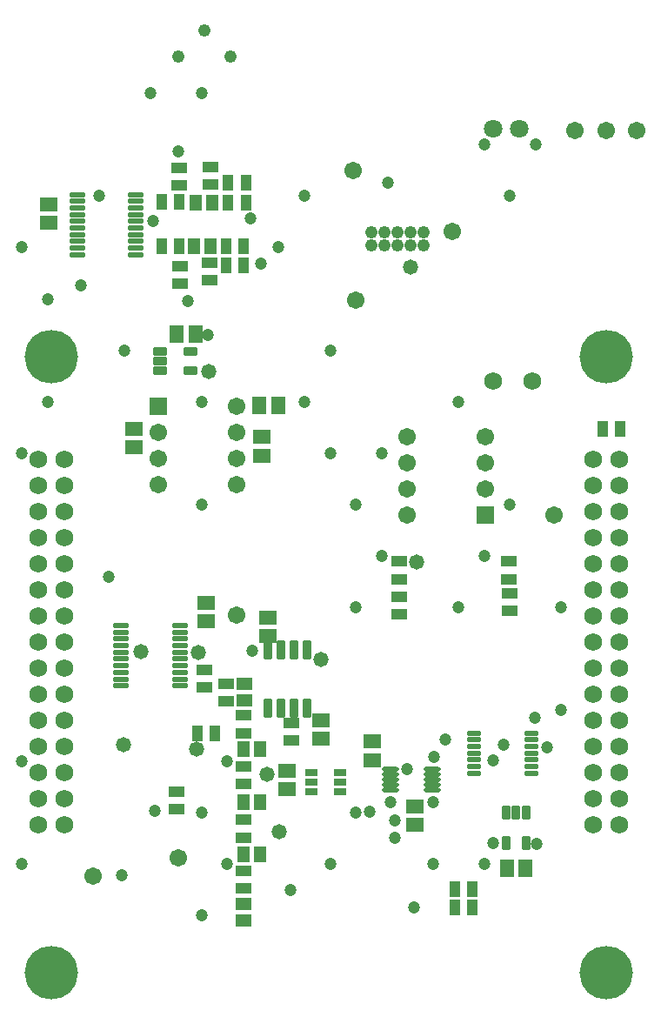
<source format=gbr>
G04 Layer_Color=8388736*
%FSLAX26Y26*%
%MOIN*%
%TF.FileFunction,Soldermask,Top*%
%TF.Part,Single*%
G01*
G75*
%TA.AperFunction,ComponentPad*%
%ADD36C,0.068000*%
%TA.AperFunction,SMDPad,CuDef*%
%ADD61R,0.059181X0.041465*%
%ADD62R,0.041465X0.059181*%
%ADD63R,0.065087X0.053276*%
%ADD64O,0.063118X0.021779*%
%ADD65R,0.061150X0.045402*%
%ADD66R,0.045402X0.061150*%
%ADD67R,0.047370X0.031622*%
%ADD68R,0.053276X0.065087*%
G04:AMPARAMS|DCode=69|XSize=33.591mil|YSize=55.244mil|CornerRadius=5.919mil|HoleSize=0mil|Usage=FLASHONLY|Rotation=90.000|XOffset=0mil|YOffset=0mil|HoleType=Round|Shape=RoundedRectangle|*
%AMROUNDEDRECTD69*
21,1,0.033591,0.043406,0,0,90.0*
21,1,0.021752,0.055244,0,0,90.0*
1,1,0.011839,0.021703,0.010876*
1,1,0.011839,0.021703,-0.010876*
1,1,0.011839,-0.021703,-0.010876*
1,1,0.011839,-0.021703,0.010876*
%
%ADD69ROUNDEDRECTD69*%
%ADD70O,0.065087X0.017843*%
%ADD71O,0.057213X0.021779*%
G04:AMPARAMS|DCode=72|XSize=33.591mil|YSize=72.961mil|CornerRadius=5.919mil|HoleSize=0mil|Usage=FLASHONLY|Rotation=180.000|XOffset=0mil|YOffset=0mil|HoleType=Round|Shape=RoundedRectangle|*
%AMROUNDEDRECTD72*
21,1,0.033591,0.061122,0,0,180.0*
21,1,0.021752,0.072961,0,0,180.0*
1,1,0.011839,-0.010876,0.030561*
1,1,0.011839,0.010876,0.030561*
1,1,0.011839,0.010876,-0.030561*
1,1,0.011839,-0.010876,-0.030561*
%
%ADD72ROUNDEDRECTD72*%
G04:AMPARAMS|DCode=73|XSize=33.591mil|YSize=55.244mil|CornerRadius=5.919mil|HoleSize=0mil|Usage=FLASHONLY|Rotation=0.000|XOffset=0mil|YOffset=0mil|HoleType=Round|Shape=RoundedRectangle|*
%AMROUNDEDRECTD73*
21,1,0.033591,0.043406,0,0,0.0*
21,1,0.021752,0.055244,0,0,0.0*
1,1,0.011839,0.010876,-0.021703*
1,1,0.011839,-0.010876,-0.021703*
1,1,0.011839,-0.010876,0.021703*
1,1,0.011839,0.010876,0.021703*
%
%ADD73ROUNDEDRECTD73*%
%TA.AperFunction,ComponentPad*%
%ADD74R,0.067055X0.067055*%
%ADD75C,0.067055*%
%ADD76C,0.048000*%
%TA.AperFunction,ViaPad*%
%ADD77C,0.204850*%
%TA.AperFunction,ComponentPad*%
%ADD78C,0.070992*%
%TA.AperFunction,ViaPad*%
%ADD79C,0.058000*%
%ADD80C,0.047370*%
D36*
X366536Y-543900D02*
D03*
X516142D02*
D03*
X-1277520Y-2244018D02*
D03*
Y-2144018D02*
D03*
Y-2044018D02*
D03*
Y-1944018D02*
D03*
Y-1844018D02*
D03*
Y-1744018D02*
D03*
Y-1644018D02*
D03*
Y-1544018D02*
D03*
Y-1444018D02*
D03*
Y-1344018D02*
D03*
Y-1244018D02*
D03*
Y-1144018D02*
D03*
Y-1044018D02*
D03*
Y-944018D02*
D03*
Y-844018D02*
D03*
X-1377520Y-2244018D02*
D03*
Y-2144018D02*
D03*
Y-2044018D02*
D03*
Y-1944018D02*
D03*
Y-1844018D02*
D03*
Y-1744018D02*
D03*
Y-1644018D02*
D03*
Y-1544018D02*
D03*
Y-1444018D02*
D03*
Y-1344018D02*
D03*
Y-1244018D02*
D03*
Y-1144018D02*
D03*
Y-1044018D02*
D03*
Y-944018D02*
D03*
Y-844018D02*
D03*
X748464D02*
D03*
Y-944018D02*
D03*
Y-1044018D02*
D03*
Y-1144018D02*
D03*
Y-1244018D02*
D03*
Y-1344018D02*
D03*
Y-1444018D02*
D03*
Y-1544018D02*
D03*
Y-1644018D02*
D03*
Y-1744018D02*
D03*
Y-1844018D02*
D03*
Y-1944018D02*
D03*
Y-2044018D02*
D03*
Y-2144018D02*
D03*
Y-2244018D02*
D03*
X848464Y-844018D02*
D03*
Y-944018D02*
D03*
Y-1044018D02*
D03*
Y-1144018D02*
D03*
Y-1244018D02*
D03*
Y-1344018D02*
D03*
Y-1444018D02*
D03*
Y-1544018D02*
D03*
Y-1644018D02*
D03*
Y-1744018D02*
D03*
Y-1844018D02*
D03*
Y-1944018D02*
D03*
Y-2044018D02*
D03*
Y-2144018D02*
D03*
Y-2244018D02*
D03*
D61*
X-590000Y-2293464D02*
D03*
Y-2226536D02*
D03*
Y-2088464D02*
D03*
Y-2021536D02*
D03*
Y-2488464D02*
D03*
Y-2421536D02*
D03*
X-408416Y-1920780D02*
D03*
Y-1853852D02*
D03*
X-846534Y-2185986D02*
D03*
Y-2119058D02*
D03*
X-590000Y-1893464D02*
D03*
Y-1826536D02*
D03*
X-741999Y-1717464D02*
D03*
Y-1650534D02*
D03*
X-658416Y-1770780D02*
D03*
Y-1703852D02*
D03*
X-717000Y274464D02*
D03*
Y207536D02*
D03*
X-721000Y-159466D02*
D03*
Y-92538D02*
D03*
X-834000Y-104538D02*
D03*
Y-171466D02*
D03*
X-837000Y272464D02*
D03*
Y205536D02*
D03*
X4694Y-1236742D02*
D03*
Y-1303670D02*
D03*
X426694Y-1236742D02*
D03*
Y-1303670D02*
D03*
X429694Y-1358742D02*
D03*
Y-1425670D02*
D03*
X4694Y-1370742D02*
D03*
Y-1437670D02*
D03*
D62*
X853464Y-730000D02*
D03*
X786536D02*
D03*
X-649464Y139000D02*
D03*
X-582536D02*
D03*
X-649464Y214000D02*
D03*
X-582536D02*
D03*
X-657464Y-28000D02*
D03*
X-590536D02*
D03*
X220000Y-2492522D02*
D03*
X286928D02*
D03*
Y-2562522D02*
D03*
X220000D02*
D03*
X-701536Y-1895000D02*
D03*
X-768464D02*
D03*
X-836536Y139998D02*
D03*
X-903464D02*
D03*
X-904464Y-29018D02*
D03*
X-837536D02*
D03*
X-589536Y-101000D02*
D03*
X-656464D02*
D03*
D63*
X-1012000Y-798434D02*
D03*
Y-727568D02*
D03*
X-736001Y-1395567D02*
D03*
Y-1466433D02*
D03*
X-498416Y-1451882D02*
D03*
Y-1522748D02*
D03*
X-293416Y-1915546D02*
D03*
Y-1844678D02*
D03*
X-1338000Y131226D02*
D03*
Y60360D02*
D03*
X-522000Y-830434D02*
D03*
Y-759568D02*
D03*
X-423306Y-2038772D02*
D03*
Y-2109638D02*
D03*
X-96306Y-1925978D02*
D03*
Y-1996844D02*
D03*
X65002Y-2245434D02*
D03*
Y-2174568D02*
D03*
D64*
X-835116Y-1712364D02*
D03*
Y-1686772D02*
D03*
Y-1661182D02*
D03*
Y-1635592D02*
D03*
Y-1610002D02*
D03*
Y-1584410D02*
D03*
Y-1558820D02*
D03*
Y-1533230D02*
D03*
Y-1507638D02*
D03*
Y-1482048D02*
D03*
X-1061494Y-1712364D02*
D03*
Y-1686772D02*
D03*
Y-1661182D02*
D03*
Y-1635592D02*
D03*
Y-1610002D02*
D03*
Y-1584410D02*
D03*
Y-1558820D02*
D03*
Y-1533230D02*
D03*
Y-1507638D02*
D03*
Y-1482048D02*
D03*
X-1002788Y-60702D02*
D03*
Y-35112D02*
D03*
Y-9522D02*
D03*
Y16070D02*
D03*
Y41660D02*
D03*
Y67250D02*
D03*
Y92840D02*
D03*
Y118432D02*
D03*
Y144022D02*
D03*
Y169612D02*
D03*
X-1229166Y-60702D02*
D03*
Y-35112D02*
D03*
Y-9522D02*
D03*
Y16070D02*
D03*
Y41660D02*
D03*
Y67250D02*
D03*
Y92840D02*
D03*
Y118432D02*
D03*
Y144022D02*
D03*
Y169612D02*
D03*
D65*
X-590000Y-2611496D02*
D03*
Y-2548504D02*
D03*
X-588416Y-1705820D02*
D03*
Y-1768812D02*
D03*
D66*
X-528504Y-2360000D02*
D03*
X-591496D02*
D03*
X-528504Y-2160000D02*
D03*
X-591496D02*
D03*
X-528504Y-1955000D02*
D03*
X-591496D02*
D03*
X-717504Y-29000D02*
D03*
X-780496D02*
D03*
X-712504Y138002D02*
D03*
X-775496D02*
D03*
D67*
X-222574Y-2044522D02*
D03*
Y-2081922D02*
D03*
Y-2119324D02*
D03*
X-330842D02*
D03*
Y-2081922D02*
D03*
Y-2044522D02*
D03*
D68*
X-529432Y-639002D02*
D03*
X-458566D02*
D03*
X-775566Y-364002D02*
D03*
X-846432D02*
D03*
X418032Y-2412522D02*
D03*
X488898D02*
D03*
D69*
X-794928Y-430600D02*
D03*
Y-505404D02*
D03*
X-911070D02*
D03*
Y-468002D02*
D03*
Y-430600D02*
D03*
D70*
X-27574Y-2031804D02*
D03*
Y-2051490D02*
D03*
Y-2071174D02*
D03*
Y-2090860D02*
D03*
Y-2110544D02*
D03*
X131876Y-2031804D02*
D03*
Y-2051490D02*
D03*
Y-2071174D02*
D03*
Y-2090860D02*
D03*
Y-2110544D02*
D03*
D71*
X513646Y-2047474D02*
D03*
Y-2021882D02*
D03*
Y-1996292D02*
D03*
Y-1970702D02*
D03*
Y-1945112D02*
D03*
Y-1919520D02*
D03*
Y-1893930D02*
D03*
X291206Y-2047474D02*
D03*
Y-2021882D02*
D03*
Y-1996292D02*
D03*
Y-1970702D02*
D03*
Y-1945112D02*
D03*
Y-1919520D02*
D03*
Y-1893930D02*
D03*
D72*
X-498030Y-1797970D02*
D03*
X-448030D02*
D03*
X-398030D02*
D03*
X-348030D02*
D03*
X-498030Y-1575528D02*
D03*
X-448030D02*
D03*
X-398030D02*
D03*
X-348030D02*
D03*
D73*
X490866Y-2315594D02*
D03*
X416062D02*
D03*
Y-2199452D02*
D03*
X453464D02*
D03*
X490866D02*
D03*
D74*
X-919000Y-643002D02*
D03*
X335716Y-1057592D02*
D03*
D75*
X-919000Y-743002D02*
D03*
Y-843002D02*
D03*
Y-943002D02*
D03*
X-619000Y-643002D02*
D03*
Y-743002D02*
D03*
Y-843002D02*
D03*
Y-943002D02*
D03*
X335716Y-957592D02*
D03*
Y-857592D02*
D03*
Y-757592D02*
D03*
X35716Y-1057592D02*
D03*
Y-957592D02*
D03*
Y-857592D02*
D03*
Y-757592D02*
D03*
X-162000Y-235002D02*
D03*
X-618999Y-1440999D02*
D03*
X209000Y26998D02*
D03*
X-841536Y-2372522D02*
D03*
X916574Y415824D02*
D03*
X798464D02*
D03*
X680354D02*
D03*
X-1166536Y-2442522D02*
D03*
X-170000Y260998D02*
D03*
X598464Y-1057522D02*
D03*
D76*
X-100000Y-25000D02*
D03*
Y25000D02*
D03*
X-50000Y-25000D02*
D03*
Y25000D02*
D03*
X0Y-25000D02*
D03*
Y25000D02*
D03*
X50000Y-25000D02*
D03*
Y25000D02*
D03*
X100000Y-25000D02*
D03*
Y25000D02*
D03*
X-741000Y798998D02*
D03*
X-641000Y698998D02*
D03*
X-841000D02*
D03*
D77*
X798464Y-450316D02*
D03*
X-1327520D02*
D03*
X798464Y-2812522D02*
D03*
X-1327520D02*
D03*
D78*
X367000Y419998D02*
D03*
X467000D02*
D03*
D79*
X-986000Y-1582000D02*
D03*
X-1050000Y-1940000D02*
D03*
X-500110Y-2050112D02*
D03*
X-770000Y-1955000D02*
D03*
X-453308Y-2271112D02*
D03*
X-293306Y-1612206D02*
D03*
X-723000Y-507002D02*
D03*
X-764110Y-1584410D02*
D03*
X50000Y-107040D02*
D03*
X73000Y-1240000D02*
D03*
D80*
X140000Y-1985000D02*
D03*
X-10000Y-2295000D02*
D03*
X365000Y-2315000D02*
D03*
X528228Y360354D02*
D03*
X626654Y-1411299D02*
D03*
Y-1805000D02*
D03*
X331378Y360354D02*
D03*
X429803Y163504D02*
D03*
Y-1017598D02*
D03*
X331378Y-1214449D02*
D03*
Y-2395551D02*
D03*
X232953Y-623898D02*
D03*
Y-1411299D02*
D03*
X134528Y-2395551D02*
D03*
X-62323Y-820748D02*
D03*
Y-1214449D02*
D03*
X-259173Y-427047D02*
D03*
Y-820748D02*
D03*
X-160748Y-1017598D02*
D03*
Y-1411299D02*
D03*
Y-2198701D02*
D03*
X-259173Y-2395551D02*
D03*
X-357598Y163504D02*
D03*
X-456024Y-33346D02*
D03*
X-357598Y-623898D02*
D03*
X-652874Y-2001850D02*
D03*
Y-2395551D02*
D03*
X-751299Y557205D02*
D03*
Y-623898D02*
D03*
Y-1017598D02*
D03*
Y-2198701D02*
D03*
Y-2592402D02*
D03*
X-948150Y557205D02*
D03*
X-1046575Y-427047D02*
D03*
X-1145000Y163504D02*
D03*
X-1440276Y-33346D02*
D03*
X-1341850Y-230197D02*
D03*
Y-623898D02*
D03*
X-1440276Y-820748D02*
D03*
Y-2001850D02*
D03*
Y-2395551D02*
D03*
X-410000Y-2495000D02*
D03*
X525000Y-1835000D02*
D03*
X-10000Y-2230000D02*
D03*
X405000Y-1940000D02*
D03*
X365000Y-2000000D02*
D03*
X-929518Y-2191042D02*
D03*
X-37494Y214998D02*
D03*
X-803000Y-238002D02*
D03*
X-840000Y334998D02*
D03*
X-1215000Y-180002D02*
D03*
X571694Y-1947206D02*
D03*
X34836Y-2031206D02*
D03*
X-558416Y-1577316D02*
D03*
X-525110Y-93892D02*
D03*
X-1106416Y-1295316D02*
D03*
X-936536Y67478D02*
D03*
X-726536Y-367522D02*
D03*
X-1056536Y-2437522D02*
D03*
X183464Y-1917522D02*
D03*
X533464Y-2317522D02*
D03*
X63464Y-2562522D02*
D03*
X-28308Y-2158978D02*
D03*
X-107048Y-2194412D02*
D03*
X137046Y-2158978D02*
D03*
X-564000Y77000D02*
D03*
%TF.MD5,0b3b8fc1fa6df7672acf1647f2ccecb2*%
M02*

</source>
